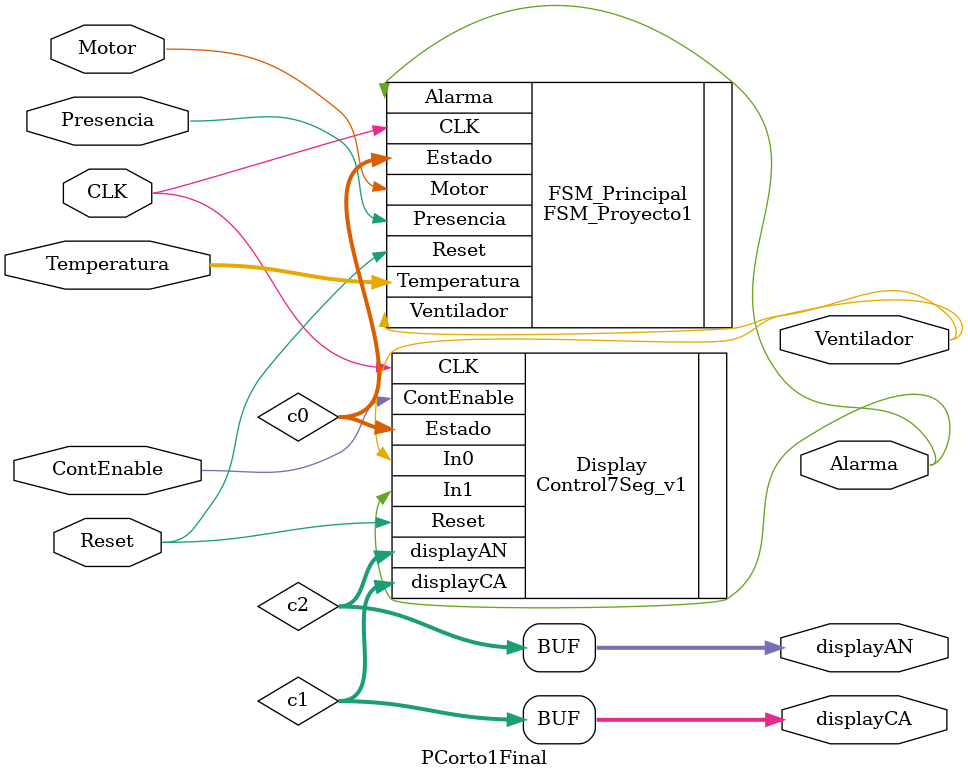
<source format=v>
`timescale 1ns / 1ps
module PCorto1Final(
    input [4:0] Temperatura,
    input Motor,
    input Presencia,
    input ContEnable,
    input Reset,
    input CLK,
	 output [6:0] displayCA,
	 output [3:0] displayAN,
    output Ventilador,
    output Alarma
    );
	 
// Cables
	
	wire [1:0] c0;
	wire [6:0] c1;
	wire [3:0] c2;
	 
// Instancia de la FSM del proyecto 1

FSM_Proyecto1 FSM_Principal (
    .Temperatura(Temperatura), 
    .Motor(Motor), 
    .Presencia(Presencia), 
    .Reset(Reset), 
    .CLK(CLK), 
    .Ventilador(Ventilador), 
    .Alarma(Alarma), 
    .Estado(c0)
    );

// Instancia del control del display de 7 segmentos

Control7Seg_v1 Display (
    .CLK(CLK), 
    .Reset(Reset), 
    .In0(Ventilador), 
    .In1(Alarma), 
    .ContEnable(ContEnable), 
    .Estado(c0), 
    .displayCA(c1), 
    .displayAN(c2)
    );
	 
	 assign displayCA = c1;
	 assign displayAN = c2;

endmodule 
</source>
